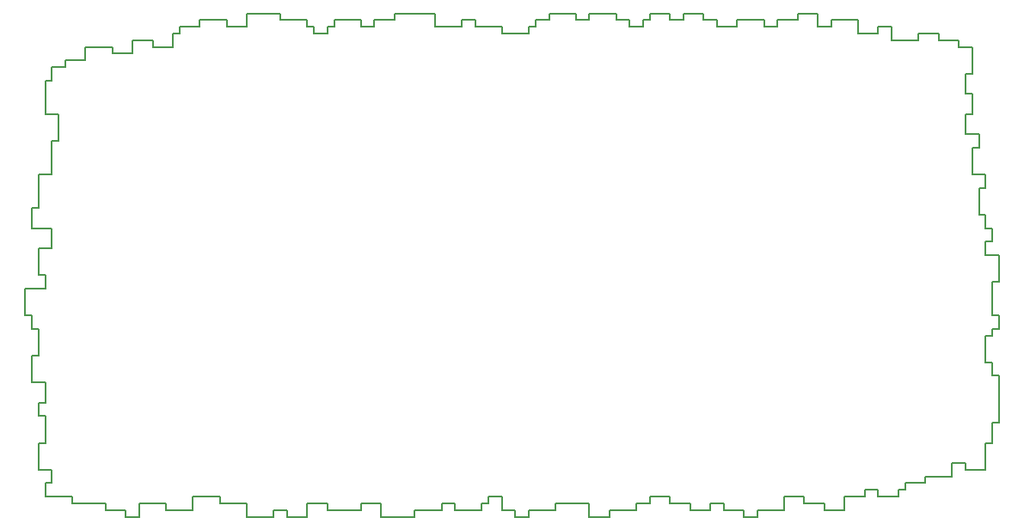
<source format=gbr>
%TF.GenerationSoftware,KiCad,Pcbnew,(6.0.2)*%
%TF.CreationDate,2022-03-15T12:48:44+01:00*%
%TF.ProjectId,ruetueta-pcb,72756574-7565-4746-912d-7063622e6b69,rev?*%
%TF.SameCoordinates,Original*%
%TF.FileFunction,Profile,NP*%
%FSLAX46Y46*%
G04 Gerber Fmt 4.6, Leading zero omitted, Abs format (unit mm)*
G04 Created by KiCad (PCBNEW (6.0.2)) date 2022-03-15 12:48:44*
%MOMM*%
%LPD*%
G01*
G04 APERTURE LIST*
%TA.AperFunction,Profile*%
%ADD10C,0.132291*%
%TD*%
G04 APERTURE END LIST*
D10*
X247729370Y-69056250D02*
X247729370Y-69056250D01*
X206718957Y-25400000D02*
X206718957Y-25400000D01*
X225239789Y-25400000D02*
X225239789Y-26061459D01*
X233177287Y-26061459D02*
X233177287Y-26061459D01*
X169677293Y-26722917D02*
X169677293Y-26722917D01*
X247067911Y-28045834D02*
X247067911Y-27384375D01*
X204734580Y-74347912D02*
X204734580Y-74347912D01*
X198120000Y-25400000D02*
X198120000Y-25400000D01*
X225901248Y-74347912D02*
X225901248Y-74347912D01*
X191505418Y-24738542D02*
X191505418Y-25400000D01*
X188198125Y-26061459D02*
X188198125Y-26061459D01*
X247067911Y-27384375D02*
X247067911Y-27384375D01*
X216640832Y-25400000D02*
X215979373Y-25400000D01*
X180922084Y-74347912D02*
X180922084Y-74347912D01*
X184890833Y-26722917D02*
X184890833Y-26722917D01*
X163724168Y-28045834D02*
X161078335Y-28045834D01*
X157109585Y-71040622D02*
X157109585Y-71040622D01*
X180260625Y-25400000D02*
X180260625Y-24738542D01*
X190182500Y-73024999D02*
X190182500Y-73024999D01*
X182906458Y-74347912D02*
X182906458Y-73024999D01*
X209364788Y-25400000D02*
X209364788Y-24738542D01*
X209364788Y-25400000D02*
X209364788Y-25400000D01*
X156448127Y-58472916D02*
X156448127Y-58472916D01*
X233838746Y-73686458D02*
X235823118Y-73686458D01*
X157771043Y-69717704D02*
X157771043Y-71040622D01*
X216640832Y-73024999D02*
X216640832Y-72363540D01*
X165047084Y-73686458D02*
X165047084Y-74347912D01*
X167692917Y-28045834D02*
X167692917Y-28045834D01*
X210687706Y-73024999D02*
X210687706Y-73024999D01*
X169015834Y-73686458D02*
X171661668Y-73686458D01*
X176953335Y-74347912D02*
X179599168Y-74347912D01*
X183567917Y-26722917D02*
X183567917Y-26722917D01*
X174968959Y-26061459D02*
X174968959Y-26061459D01*
X231192915Y-25400000D02*
X231192915Y-25400000D01*
X174307501Y-73024999D02*
X176953335Y-73024999D01*
X251036665Y-55827083D02*
X251036665Y-55827083D01*
X213333542Y-24738542D02*
X213333542Y-24738542D01*
X249713747Y-48551041D02*
X249713747Y-48551041D01*
X163062709Y-73686458D02*
X163062709Y-73686458D01*
X240453331Y-26061459D02*
X240453331Y-26061459D01*
X157771043Y-69717704D02*
X157771043Y-69717704D01*
X248390829Y-32676041D02*
X247729370Y-32676041D01*
X204734580Y-26722917D02*
X204734580Y-26722917D01*
X247729370Y-34660416D02*
X248390829Y-34660416D01*
X223916871Y-73024999D02*
X223916871Y-73686458D01*
X231192915Y-24738542D02*
X231192915Y-24738542D01*
X249052288Y-41936457D02*
X249713747Y-41936457D01*
X165708543Y-27384375D02*
X165708543Y-28707292D01*
X248390829Y-34660416D02*
X248390829Y-34660416D01*
X203411667Y-74347912D02*
X203411667Y-74347912D01*
X250375206Y-67071873D02*
X250375206Y-67071873D01*
X218625204Y-25400000D02*
X218625204Y-24738542D01*
X215979373Y-25400000D02*
X215979373Y-25400000D01*
X249713747Y-45905208D02*
X249713747Y-44582291D01*
X188198125Y-25400000D02*
X185552292Y-25400000D01*
X249052288Y-41936457D02*
X249052288Y-41936457D01*
X157771043Y-47889582D02*
X157771043Y-47889582D01*
X214656455Y-25400000D02*
X214656455Y-25400000D01*
X247729370Y-69717704D02*
X247729370Y-69717704D01*
X235823118Y-73686458D02*
X235823118Y-72363540D01*
X172323125Y-25400000D02*
X172323125Y-25400000D01*
X245083534Y-27384375D02*
X245083534Y-27384375D01*
X157771043Y-71040622D02*
X157771043Y-71040622D01*
X231854374Y-72363540D02*
X231854374Y-72363540D01*
X203411667Y-74347912D02*
X204734580Y-74347912D01*
X169677293Y-28045834D02*
X167692917Y-28045834D01*
X165047084Y-73686458D02*
X165047084Y-73686458D01*
X249713747Y-56488539D02*
X250375206Y-56488539D01*
X243099167Y-26722917D02*
X243099167Y-27384375D01*
X171661668Y-72363540D02*
X174307501Y-72363540D01*
X251036665Y-48551041D02*
X251036665Y-48551041D01*
X246406452Y-70379163D02*
X246406452Y-69056250D01*
X156448127Y-55827083D02*
X155786668Y-55827083D01*
X239130413Y-26061459D02*
X239130413Y-26061459D01*
X185552292Y-26061459D02*
X184890833Y-26061459D01*
X198120000Y-25400000D02*
X198120000Y-26061459D01*
X202088749Y-26722917D02*
X202088749Y-26061459D01*
X250375206Y-59134373D02*
X249713747Y-59134373D01*
X231192915Y-24738542D02*
X231192915Y-25400000D01*
X214656455Y-25400000D02*
X213333542Y-25400000D01*
X196135623Y-73686458D02*
X196135623Y-73024999D01*
X207380416Y-73024999D02*
X210687706Y-73024999D01*
X158432502Y-37306249D02*
X158432502Y-37306249D01*
X239130413Y-26722917D02*
X239130413Y-26722917D01*
X180260625Y-24738542D02*
X180260625Y-24738542D01*
X157109585Y-51858331D02*
X157109585Y-51858331D01*
X215979373Y-26061459D02*
X214656455Y-26061459D01*
X157771043Y-45905208D02*
X157771043Y-45905208D01*
X213333542Y-25400000D02*
X213333542Y-25400000D01*
X163062709Y-73024999D02*
X163062709Y-73686458D01*
X223916871Y-73686458D02*
X225901248Y-73686458D01*
X156448127Y-55827083D02*
X156448127Y-55827083D01*
X200765831Y-72363540D02*
X202088749Y-72363540D01*
X249713747Y-40613541D02*
X248390829Y-40613541D01*
X163724168Y-28707292D02*
X163724168Y-28045834D01*
X199442918Y-26061459D02*
X199442918Y-26061459D01*
X212672083Y-73686458D02*
X215317914Y-73686458D01*
X202088749Y-73686458D02*
X203411667Y-73686458D01*
X231854374Y-73024999D02*
X233838746Y-73024999D01*
X180260625Y-24738542D02*
X176953335Y-24738542D01*
X176953335Y-73024999D02*
X176953335Y-73024999D01*
X176953335Y-26061459D02*
X176953335Y-26061459D01*
X249713747Y-40613541D02*
X249713747Y-40613541D01*
X231854374Y-72363540D02*
X231854374Y-73024999D01*
X241776249Y-71040622D02*
X241776249Y-71040622D01*
X182906458Y-74347912D02*
X182906458Y-74347912D01*
X166370001Y-74347912D02*
X166370001Y-74347912D01*
X231854374Y-73024999D02*
X231854374Y-73024999D01*
X156448127Y-50535416D02*
X156448127Y-47889582D01*
X237807495Y-72363540D02*
X237807495Y-71702081D01*
X212672083Y-74347912D02*
X212672083Y-74347912D01*
X249052288Y-44582291D02*
X249052288Y-44582291D01*
X182906458Y-26061459D02*
X182906458Y-25400000D01*
X189521041Y-25400000D02*
X189521041Y-26061459D01*
X184890833Y-73686458D02*
X184890833Y-73686458D01*
X239130413Y-72363540D02*
X239130413Y-72363540D01*
X169677293Y-28045834D02*
X169677293Y-28045834D01*
X243099167Y-26722917D02*
X243099167Y-26722917D01*
X156448127Y-40613541D02*
X156448127Y-40613541D01*
X204734580Y-73686458D02*
X204734580Y-73686458D01*
X197458541Y-73686458D02*
X197458541Y-73686458D01*
X156448127Y-47889582D02*
X156448127Y-47889582D01*
X247729370Y-30691667D02*
X247729370Y-30691667D01*
X157771043Y-31353125D02*
X157109585Y-31353125D01*
X218625204Y-73024999D02*
X220609581Y-73024999D01*
X158432502Y-34660416D02*
X158432502Y-34660416D01*
X193489792Y-74347912D02*
X193489792Y-73686458D01*
X185552292Y-25400000D02*
X185552292Y-25400000D01*
X182906458Y-26061459D02*
X182906458Y-26061459D01*
X216640832Y-72363540D02*
X218625204Y-72363540D01*
X210687706Y-24738542D02*
X210687706Y-25400000D01*
X248390829Y-40613541D02*
X248390829Y-37967708D01*
X157109585Y-34660416D02*
X157109585Y-32014584D01*
X199442918Y-25400000D02*
X198120000Y-25400000D01*
X156448127Y-63103124D02*
X157109585Y-63103124D01*
X157109585Y-63103124D02*
X157109585Y-61118750D01*
X249052288Y-37967708D02*
X249052288Y-37967708D01*
X203411667Y-73686458D02*
X203411667Y-73686458D01*
X155786668Y-43920833D02*
X156448127Y-43920833D01*
X170338751Y-26061459D02*
X170338751Y-26061459D01*
X241776249Y-71702081D02*
X241776249Y-71702081D01*
X198120000Y-26061459D02*
X198120000Y-26061459D01*
X176953335Y-73024999D02*
X176953335Y-74347912D01*
X219948122Y-25400000D02*
X218625204Y-25400000D01*
X246406452Y-69056250D02*
X247729370Y-69056250D01*
X157771043Y-47889582D02*
X157771043Y-45905208D01*
X247729370Y-34660416D02*
X247729370Y-34660416D01*
X216640832Y-24738542D02*
X216640832Y-24738542D01*
X190182500Y-74347912D02*
X190182500Y-74347912D01*
X227885625Y-25400000D02*
X227885625Y-25400000D01*
X156448127Y-43920833D02*
X156448127Y-40613541D01*
X207380416Y-73686458D02*
X207380416Y-73686458D01*
X167692917Y-27384375D02*
X165708543Y-27384375D01*
X243760626Y-71040622D02*
X243760626Y-71040622D01*
X174307501Y-72363540D02*
X174307501Y-73024999D01*
X215317914Y-73686458D02*
X215317914Y-73686458D01*
X156448127Y-50535416D02*
X156448127Y-50535416D01*
X188198125Y-73024999D02*
X188198125Y-73024999D01*
X155125210Y-54504165D02*
X155125210Y-54504165D01*
X240453331Y-27384375D02*
X240453331Y-26061459D01*
X202088749Y-26061459D02*
X202088749Y-26061459D01*
X248390829Y-30691667D02*
X248390829Y-28045834D01*
X233838746Y-73686458D02*
X233838746Y-73686458D01*
X159093960Y-29368750D02*
X159093960Y-30030208D01*
X182906458Y-73024999D02*
X182906458Y-73024999D01*
X250375206Y-54504165D02*
X250375206Y-54504165D01*
X198120000Y-26061459D02*
X195474164Y-26061459D01*
X249713747Y-48551041D02*
X249713747Y-47228123D01*
X212672083Y-73686458D02*
X212672083Y-73686458D01*
X206718957Y-24738542D02*
X206718957Y-24738542D01*
X159755418Y-73024999D02*
X159755418Y-73024999D01*
X158432502Y-34660416D02*
X157109585Y-34660416D01*
X225239789Y-26061459D02*
X223255417Y-26061459D01*
X165708543Y-27384375D02*
X165708543Y-27384375D01*
X246406452Y-70379163D02*
X246406452Y-70379163D01*
X157109585Y-31353125D02*
X157109585Y-31353125D01*
X202088749Y-26722917D02*
X202088749Y-26722917D01*
X180922084Y-73686458D02*
X180922084Y-74347912D01*
X249713747Y-59134373D02*
X249713747Y-59134373D01*
X195474164Y-26061459D02*
X195474164Y-26061459D01*
X166370001Y-73024999D02*
X166370001Y-73024999D01*
X247729370Y-69056250D02*
X247729370Y-69717704D01*
X155786668Y-45905208D02*
X155786668Y-45905208D01*
X205396039Y-25400000D02*
X205396039Y-26061459D01*
X229869997Y-73686458D02*
X229869997Y-72363540D01*
X221932499Y-24738542D02*
X219948122Y-24738542D01*
X220609581Y-73024999D02*
X220609581Y-73686458D01*
X156448127Y-47889582D02*
X157771043Y-47889582D01*
X200104372Y-73686458D02*
X200104372Y-73024999D01*
X163062709Y-73024999D02*
X163062709Y-73024999D01*
X229869997Y-72363540D02*
X231854374Y-72363540D01*
X155786668Y-58472916D02*
X156448127Y-58472916D01*
X200765831Y-73024999D02*
X200765831Y-73024999D01*
X193489792Y-73686458D02*
X193489792Y-73686458D01*
X172323125Y-26061459D02*
X172323125Y-26061459D01*
X243760626Y-70379163D02*
X243760626Y-70379163D01*
X246406452Y-69056250D02*
X246406452Y-69056250D01*
X229208538Y-26061459D02*
X229208538Y-26061459D01*
X223255417Y-26061459D02*
X223255417Y-25400000D01*
X170338751Y-26061459D02*
X170338751Y-26722917D01*
X156448127Y-69717704D02*
X156448127Y-69717704D01*
X157771043Y-40613541D02*
X157771043Y-37306249D01*
X249713747Y-56488539D02*
X249713747Y-56488539D01*
X249713747Y-67071873D02*
X250375206Y-67071873D01*
X250375206Y-60457291D02*
X250375206Y-59134373D01*
X167692917Y-27384375D02*
X167692917Y-27384375D01*
X191505418Y-24738542D02*
X191505418Y-24738542D01*
X189521041Y-25400000D02*
X189521041Y-25400000D01*
X157109585Y-61118750D02*
X155786668Y-61118750D01*
X251036665Y-54504165D02*
X251036665Y-54504165D01*
X222593958Y-73024999D02*
X222593958Y-73024999D01*
X190182500Y-73024999D02*
X190182500Y-74347912D01*
X196135623Y-73024999D02*
X196135623Y-73024999D01*
X233177287Y-24738542D02*
X231192915Y-24738542D01*
X243760626Y-71040622D02*
X243760626Y-70379163D01*
X247729370Y-36644792D02*
X247729370Y-36644792D01*
X167692917Y-28045834D02*
X167692917Y-27384375D01*
X206718957Y-24738542D02*
X206718957Y-25400000D01*
X216640832Y-24738542D02*
X216640832Y-25400000D01*
X227224166Y-74347912D02*
X227224166Y-73686458D01*
X239130413Y-26061459D02*
X239130413Y-26722917D01*
X185552292Y-26061459D02*
X185552292Y-26061459D01*
X225901248Y-74347912D02*
X227224166Y-74347912D01*
X196135623Y-73024999D02*
X197458541Y-73024999D01*
X182906458Y-25400000D02*
X182906458Y-25400000D01*
X239130413Y-71702081D02*
X239130413Y-71702081D01*
X220609581Y-73686458D02*
X220609581Y-73686458D01*
X179599168Y-74347912D02*
X179599168Y-73686458D01*
X157771043Y-45905208D02*
X155786668Y-45905208D01*
X157109585Y-67071873D02*
X156448127Y-67071873D01*
X204734580Y-26722917D02*
X202088749Y-26722917D01*
X251036665Y-51196875D02*
X251036665Y-48551041D01*
X156448127Y-67071873D02*
X156448127Y-69717704D01*
X188198125Y-26061459D02*
X188198125Y-25400000D01*
X189521041Y-26061459D02*
X188198125Y-26061459D01*
X214656455Y-26061459D02*
X214656455Y-25400000D01*
X209364788Y-24738542D02*
X206718957Y-24738542D01*
X223916871Y-73024999D02*
X223916871Y-73024999D01*
X247729370Y-69717704D02*
X249713747Y-69717704D01*
X219948122Y-24738542D02*
X219948122Y-24738542D01*
X171661668Y-72363540D02*
X171661668Y-72363540D01*
X197458541Y-73024999D02*
X197458541Y-73024999D01*
X220609581Y-73024999D02*
X220609581Y-73024999D01*
X223916871Y-73686458D02*
X223916871Y-73686458D01*
X202088749Y-73686458D02*
X202088749Y-73686458D01*
X233838746Y-73024999D02*
X233838746Y-73686458D01*
X174968959Y-26061459D02*
X174968959Y-25400000D01*
X250375206Y-60457291D02*
X250375206Y-60457291D01*
X174968959Y-25400000D02*
X172323125Y-25400000D01*
X200765831Y-72363540D02*
X200765831Y-72363540D01*
X215979373Y-25400000D02*
X215979373Y-26061459D01*
X179599168Y-73686458D02*
X180922084Y-73686458D01*
X229869997Y-73686458D02*
X229869997Y-73686458D01*
X225239789Y-26061459D02*
X225239789Y-26061459D01*
X229869997Y-72363540D02*
X229869997Y-72363540D01*
X250375206Y-65087496D02*
X251036665Y-65087496D01*
X250375206Y-55827083D02*
X250375206Y-55827083D01*
X180260625Y-25400000D02*
X180260625Y-25400000D01*
X202088749Y-26061459D02*
X199442918Y-26061459D01*
X248390829Y-32676041D02*
X248390829Y-32676041D01*
X250375206Y-55827083D02*
X251036665Y-55827083D01*
X239130413Y-26722917D02*
X237146036Y-26722917D01*
X249052288Y-36644792D02*
X249052288Y-36644792D01*
X237807495Y-71702081D02*
X237807495Y-71702081D01*
X250375206Y-67071873D02*
X250375206Y-65087496D01*
X218625204Y-25400000D02*
X218625204Y-25400000D01*
X182906458Y-73024999D02*
X184890833Y-73024999D01*
X221932499Y-25400000D02*
X221932499Y-25400000D01*
X183567917Y-26061459D02*
X182906458Y-26061459D01*
X155786668Y-55827083D02*
X155786668Y-55827083D01*
X239130413Y-72363540D02*
X241114790Y-72363540D01*
X184890833Y-26061459D02*
X184890833Y-26061459D01*
X231192915Y-25400000D02*
X229208538Y-25400000D01*
X218625204Y-72363540D02*
X218625204Y-73024999D01*
X249713747Y-47228123D02*
X250375206Y-47228123D01*
X157771043Y-30030208D02*
X157771043Y-31353125D01*
X241114790Y-71702081D02*
X241114790Y-71702081D01*
X227224166Y-73686458D02*
X227224166Y-73686458D01*
X251036665Y-54504165D02*
X250375206Y-54504165D01*
X156448127Y-40613541D02*
X157771043Y-40613541D01*
X170338751Y-26722917D02*
X170338751Y-26722917D01*
X248390829Y-40613541D02*
X248390829Y-40613541D01*
X188198125Y-73686458D02*
X188198125Y-73024999D01*
X250375206Y-59134373D02*
X250375206Y-59134373D01*
X225901248Y-73686458D02*
X225901248Y-74347912D01*
X166370001Y-73024999D02*
X169015834Y-73024999D01*
X161078335Y-28045834D02*
X161078335Y-29368750D01*
X240453331Y-27384375D02*
X240453331Y-27384375D01*
X157109585Y-50535416D02*
X156448127Y-50535416D01*
X250375206Y-65087496D02*
X250375206Y-65087496D01*
X213333542Y-24738542D02*
X210687706Y-24738542D01*
X199442918Y-26061459D02*
X199442918Y-25400000D01*
X202088749Y-72363540D02*
X202088749Y-73686458D01*
X229208538Y-25400000D02*
X229208538Y-26061459D01*
X200104372Y-73686458D02*
X200104372Y-73686458D01*
X199442918Y-25400000D02*
X199442918Y-25400000D01*
X218625204Y-72363540D02*
X218625204Y-72363540D01*
X155786668Y-43920833D02*
X155786668Y-43920833D01*
X250375206Y-47228123D02*
X250375206Y-47228123D01*
X251036665Y-51196875D02*
X251036665Y-51196875D01*
X169677293Y-26722917D02*
X169677293Y-28045834D01*
X157109585Y-64426040D02*
X157109585Y-64426040D01*
X190182500Y-74347912D02*
X193489792Y-74347912D01*
X207380416Y-73024999D02*
X207380416Y-73024999D01*
X247729370Y-30691667D02*
X248390829Y-30691667D01*
X210687706Y-24738542D02*
X210687706Y-24738542D01*
X157109585Y-61118750D02*
X157109585Y-61118750D01*
X249713747Y-67071873D02*
X249713747Y-67071873D01*
X241114790Y-71702081D02*
X241776249Y-71702081D01*
X155786668Y-54504165D02*
X155786668Y-54504165D01*
X197458541Y-73024999D02*
X197458541Y-73686458D01*
X157109585Y-63103124D02*
X157109585Y-63103124D01*
X250375206Y-51196875D02*
X250375206Y-51196875D01*
X237807495Y-71702081D02*
X239130413Y-71702081D01*
X215317914Y-73024999D02*
X216640832Y-73024999D01*
X219948122Y-24738542D02*
X219948122Y-25400000D01*
X163724168Y-28707292D02*
X163724168Y-28707292D01*
X204734580Y-73686458D02*
X207380416Y-73686458D01*
X204734580Y-26061459D02*
X204734580Y-26722917D01*
X223255417Y-26061459D02*
X223255417Y-26061459D01*
X222593958Y-73686458D02*
X222593958Y-73024999D01*
X241776249Y-71040622D02*
X243760626Y-71040622D01*
X248390829Y-28045834D02*
X247067911Y-28045834D01*
X169015834Y-73024999D02*
X169015834Y-73024999D01*
X157771043Y-40613541D02*
X157771043Y-40613541D01*
X202088749Y-72363540D02*
X202088749Y-72363540D01*
X235823118Y-73686458D02*
X235823118Y-73686458D01*
X247729370Y-36644792D02*
X247729370Y-34660416D01*
X189521041Y-26061459D02*
X189521041Y-26061459D01*
X240453331Y-26061459D02*
X239130413Y-26061459D01*
X157771043Y-37306249D02*
X157771043Y-37306249D01*
X174307501Y-72363540D02*
X174307501Y-72363540D01*
X249713747Y-47228123D02*
X249713747Y-47228123D01*
X165708543Y-28707292D02*
X163724168Y-28707292D01*
X165047084Y-74347912D02*
X166370001Y-74347912D01*
X156448127Y-64426040D02*
X156448127Y-63103124D01*
X221932499Y-24738542D02*
X221932499Y-24738542D01*
X163062709Y-73686458D02*
X165047084Y-73686458D01*
X249713747Y-44582291D02*
X249713747Y-44582291D01*
X159755418Y-73024999D02*
X163062709Y-73024999D01*
X247067911Y-28045834D02*
X247067911Y-28045834D01*
X227224166Y-74347912D02*
X227224166Y-74347912D01*
X169015834Y-73686458D02*
X169015834Y-73686458D01*
X248390829Y-37967708D02*
X248390829Y-37967708D01*
X237807495Y-72363540D02*
X237807495Y-72363540D01*
X220609581Y-73686458D02*
X222593958Y-73686458D01*
X188198125Y-25400000D02*
X188198125Y-25400000D01*
X216640832Y-73024999D02*
X216640832Y-73024999D01*
X249052288Y-37967708D02*
X249052288Y-36644792D01*
X205396039Y-26061459D02*
X204734580Y-26061459D01*
X233177287Y-24738542D02*
X233177287Y-24738542D01*
X212672083Y-74347912D02*
X212672083Y-73686458D01*
X245083534Y-27384375D02*
X245083534Y-26722917D01*
X207380416Y-73686458D02*
X207380416Y-73024999D01*
X250375206Y-45905208D02*
X249713747Y-45905208D01*
X157109585Y-34660416D02*
X157109585Y-34660416D01*
X176953335Y-24738542D02*
X176953335Y-26061459D01*
X182906458Y-25400000D02*
X180260625Y-25400000D01*
X155786668Y-55827083D02*
X155786668Y-54504165D01*
X155125210Y-51858331D02*
X155125210Y-51858331D01*
X195474164Y-24738542D02*
X191505418Y-24738542D01*
X210687706Y-74347912D02*
X210687706Y-74347912D01*
X214656455Y-26061459D02*
X214656455Y-26061459D01*
X204734580Y-74347912D02*
X204734580Y-73686458D01*
X237146036Y-26722917D02*
X237146036Y-25400000D01*
X157109585Y-72363540D02*
X157109585Y-72363540D01*
X215317914Y-73686458D02*
X215317914Y-73024999D01*
X157771043Y-30030208D02*
X157771043Y-30030208D01*
X179599168Y-73686458D02*
X179599168Y-73686458D01*
X157771043Y-37306249D02*
X158432502Y-37306249D01*
X249713747Y-41936457D02*
X249713747Y-41936457D01*
X193489792Y-74347912D02*
X193489792Y-74347912D01*
X233177287Y-26061459D02*
X233177287Y-24738542D01*
X250375206Y-54504165D02*
X250375206Y-51196875D01*
X193489792Y-73686458D02*
X196135623Y-73686458D01*
X249052288Y-36644792D02*
X247729370Y-36644792D01*
X245083534Y-26722917D02*
X243099167Y-26722917D01*
X156448127Y-67071873D02*
X156448127Y-67071873D01*
X169015834Y-73024999D02*
X169015834Y-73686458D01*
X165047084Y-74347912D02*
X165047084Y-74347912D01*
X159093960Y-30030208D02*
X157771043Y-30030208D01*
X237146036Y-26722917D02*
X237146036Y-26722917D01*
X251036665Y-60457291D02*
X251036665Y-60457291D01*
X249713747Y-69717704D02*
X249713747Y-67071873D01*
X243099167Y-27384375D02*
X240453331Y-27384375D01*
X172323125Y-26061459D02*
X170338751Y-26061459D01*
X165708543Y-28707292D02*
X165708543Y-28707292D01*
X180922084Y-74347912D02*
X182906458Y-74347912D01*
X219948122Y-25400000D02*
X219948122Y-25400000D01*
X174968959Y-25400000D02*
X174968959Y-25400000D01*
X209364788Y-24738542D02*
X209364788Y-24738542D01*
X157771043Y-31353125D02*
X157771043Y-31353125D01*
X183567917Y-26061459D02*
X183567917Y-26061459D01*
X237146036Y-25400000D02*
X237146036Y-25400000D01*
X155786668Y-61118750D02*
X155786668Y-58472916D01*
X172323125Y-25400000D02*
X172323125Y-26061459D01*
X200765831Y-73024999D02*
X200765831Y-72363540D01*
X249713747Y-69717704D02*
X249713747Y-69717704D01*
X227224166Y-73686458D02*
X229869997Y-73686458D01*
X163724168Y-28045834D02*
X163724168Y-28045834D01*
X155786668Y-54504165D02*
X155125210Y-54504165D01*
X249052288Y-44582291D02*
X249052288Y-41936457D01*
X166370001Y-74347912D02*
X166370001Y-73024999D01*
X248390829Y-30691667D02*
X248390829Y-30691667D01*
X234500205Y-25400000D02*
X234500205Y-26061459D01*
X247729370Y-32676041D02*
X247729370Y-32676041D01*
X251036665Y-48551041D02*
X249713747Y-48551041D01*
X251036665Y-65087496D02*
X251036665Y-65087496D01*
X210687706Y-73024999D02*
X210687706Y-74347912D01*
X200104372Y-73024999D02*
X200104372Y-73024999D01*
X171661668Y-73686458D02*
X171661668Y-73686458D01*
X157771043Y-71040622D02*
X157109585Y-71040622D01*
X249713747Y-41936457D02*
X249713747Y-40613541D01*
X234500205Y-26061459D02*
X234500205Y-26061459D01*
X215979373Y-26061459D02*
X215979373Y-26061459D01*
X159755418Y-72363540D02*
X159755418Y-72363540D01*
X213333542Y-25400000D02*
X213333542Y-24738542D01*
X210687706Y-25400000D02*
X210687706Y-25400000D01*
X249713747Y-44582291D02*
X249052288Y-44582291D01*
X171661668Y-73686458D02*
X171661668Y-72363540D01*
X161078335Y-28045834D02*
X161078335Y-28045834D01*
X248390829Y-37967708D02*
X249052288Y-37967708D01*
X159093960Y-29368750D02*
X159093960Y-29368750D01*
X218625204Y-24738542D02*
X218625204Y-24738542D01*
X223255417Y-25400000D02*
X223255417Y-25400000D01*
X227885625Y-25400000D02*
X225239789Y-25400000D01*
X250375206Y-45905208D02*
X250375206Y-45905208D01*
X195474164Y-24738542D02*
X195474164Y-24738542D01*
X210687706Y-25400000D02*
X209364788Y-25400000D01*
X250375206Y-47228123D02*
X250375206Y-45905208D01*
X176953335Y-26061459D02*
X174968959Y-26061459D01*
X235823118Y-72363540D02*
X237807495Y-72363540D01*
X222593958Y-73024999D02*
X223916871Y-73024999D01*
X216640832Y-72363540D02*
X216640832Y-72363540D01*
X205396039Y-26061459D02*
X205396039Y-26061459D01*
X204734580Y-26061459D02*
X204734580Y-26061459D01*
X225239789Y-25400000D02*
X225239789Y-25400000D01*
X157109585Y-31353125D02*
X157109585Y-32014584D01*
X248390829Y-28045834D02*
X248390829Y-28045834D01*
X239130413Y-71702081D02*
X239130413Y-72363540D01*
X234500205Y-26061459D02*
X233177287Y-26061459D01*
X227885625Y-26061459D02*
X227885625Y-25400000D01*
X243099167Y-27384375D02*
X243099167Y-27384375D01*
X221932499Y-25400000D02*
X221932499Y-24738542D01*
X159093960Y-30030208D02*
X159093960Y-30030208D01*
X156448127Y-43920833D02*
X156448127Y-43920833D01*
X210687706Y-74347912D02*
X212672083Y-74347912D01*
X248390829Y-34660416D02*
X248390829Y-32676041D01*
X191505418Y-25400000D02*
X189521041Y-25400000D01*
X251036665Y-65087496D02*
X251036665Y-60457291D01*
X229208538Y-26061459D02*
X227885625Y-26061459D01*
X155125210Y-54504165D02*
X155125210Y-51858331D01*
X227885625Y-26061459D02*
X227885625Y-26061459D01*
X176953335Y-74347912D02*
X176953335Y-74347912D01*
X237146036Y-25400000D02*
X234500205Y-25400000D01*
X158432502Y-37306249D02*
X158432502Y-34660416D01*
X216640832Y-25400000D02*
X216640832Y-25400000D01*
X157109585Y-72363540D02*
X159755418Y-72363540D01*
X161078335Y-29368750D02*
X159093960Y-29368750D01*
X205396039Y-25400000D02*
X205396039Y-25400000D01*
X206718957Y-25400000D02*
X205396039Y-25400000D01*
X170338751Y-26722917D02*
X169677293Y-26722917D01*
X250375206Y-56488539D02*
X250375206Y-56488539D01*
X159755418Y-72363540D02*
X159755418Y-73024999D01*
X157109585Y-64426040D02*
X157109585Y-67071873D01*
X235823118Y-72363540D02*
X235823118Y-72363540D01*
X185552292Y-25400000D02*
X185552292Y-26061459D01*
X245083534Y-26722917D02*
X245083534Y-26722917D01*
X249713747Y-45905208D02*
X249713747Y-45905208D01*
X218625204Y-73024999D02*
X218625204Y-73024999D01*
X215317914Y-73024999D02*
X215317914Y-73024999D01*
X174307501Y-73024999D02*
X174307501Y-73024999D01*
X156448127Y-69717704D02*
X157771043Y-69717704D01*
X195474164Y-26061459D02*
X195474164Y-24738542D01*
X184890833Y-73024999D02*
X184890833Y-73024999D01*
X225901248Y-73686458D02*
X225901248Y-73686458D01*
X157109585Y-51858331D02*
X157109585Y-50535416D01*
X179599168Y-74347912D02*
X179599168Y-74347912D01*
X247729370Y-32676041D02*
X247729370Y-30691667D01*
X157109585Y-67071873D02*
X157109585Y-67071873D01*
X155786668Y-61118750D02*
X155786668Y-61118750D01*
X157109585Y-71040622D02*
X157109585Y-72363540D01*
X155786668Y-58472916D02*
X155786668Y-58472916D01*
X233838746Y-73024999D02*
X233838746Y-73024999D01*
X222593958Y-73686458D02*
X222593958Y-73686458D01*
X161078335Y-29368750D02*
X161078335Y-29368750D01*
X200104372Y-73024999D02*
X200765831Y-73024999D01*
X184890833Y-73686458D02*
X188198125Y-73686458D01*
X184890833Y-73024999D02*
X184890833Y-73686458D01*
X197458541Y-73686458D02*
X200104372Y-73686458D01*
X188198125Y-73024999D02*
X190182500Y-73024999D01*
X183567917Y-26722917D02*
X183567917Y-26061459D01*
X241776249Y-71702081D02*
X241776249Y-71040622D01*
X241114790Y-72363540D02*
X241114790Y-71702081D01*
X191505418Y-25400000D02*
X191505418Y-25400000D01*
X251036665Y-55827083D02*
X251036665Y-54504165D01*
X250375206Y-51196875D02*
X251036665Y-51196875D01*
X184890833Y-26061459D02*
X184890833Y-26722917D01*
X203411667Y-73686458D02*
X203411667Y-74347912D01*
X157109585Y-50535416D02*
X157109585Y-50535416D01*
X188198125Y-73686458D02*
X188198125Y-73686458D01*
X247067911Y-27384375D02*
X245083534Y-27384375D01*
X156448127Y-64426040D02*
X157109585Y-64426040D01*
X243760626Y-70379163D02*
X246406452Y-70379163D01*
X241114790Y-72363540D02*
X241114790Y-72363540D01*
X249713747Y-59134373D02*
X249713747Y-56488539D01*
X218625204Y-24738542D02*
X216640832Y-24738542D01*
X251036665Y-60457291D02*
X250375206Y-60457291D01*
X223255417Y-25400000D02*
X221932499Y-25400000D01*
X250375206Y-56488539D02*
X250375206Y-55827083D01*
X156448127Y-63103124D02*
X156448127Y-63103124D01*
X156448127Y-58472916D02*
X156448127Y-55827083D01*
X184890833Y-26722917D02*
X183567917Y-26722917D01*
X176953335Y-24738542D02*
X176953335Y-24738542D01*
X234500205Y-25400000D02*
X234500205Y-25400000D01*
X180922084Y-73686458D02*
X180922084Y-73686458D01*
X229208538Y-25400000D02*
X229208538Y-25400000D01*
X155786668Y-45905208D02*
X155786668Y-43920833D01*
X155125210Y-51858331D02*
X157109585Y-51858331D01*
X196135623Y-73686458D02*
X196135623Y-73686458D01*
M02*

</source>
